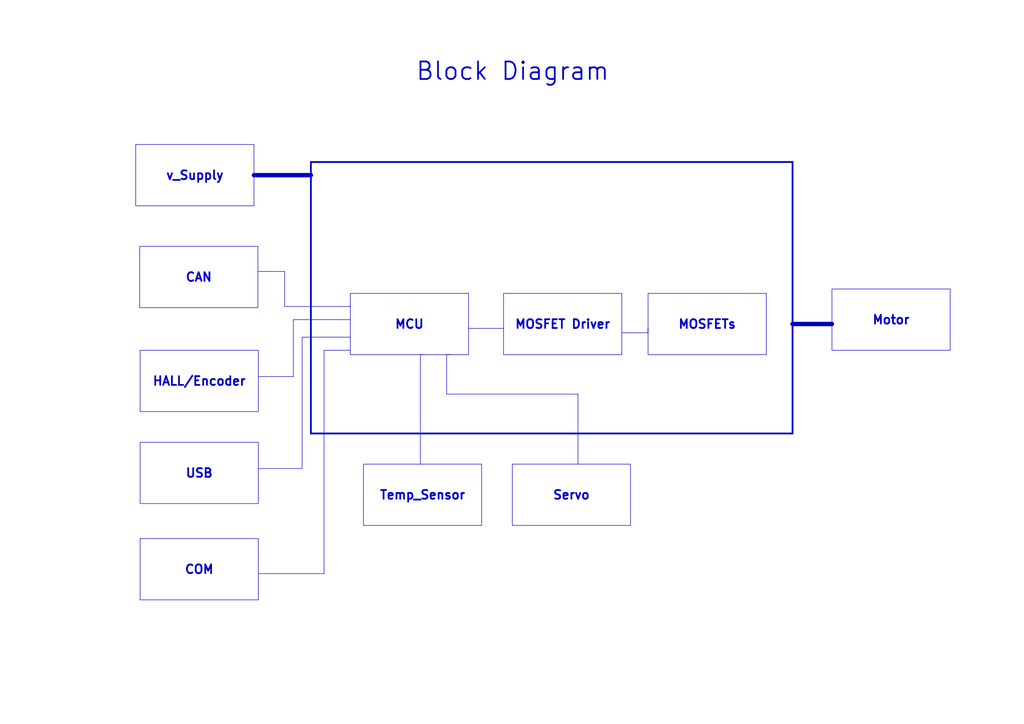
<source format=kicad_sch>
(kicad_sch
	(version 20231120)
	(generator "eeschema")
	(generator_version "8.0")
	(uuid "cb06b394-4a8c-448a-979c-f9cb3b883d93")
	(paper "A4")
	(lib_symbols)
	(polyline
		(pts
			(xy 74.93 109.22) (xy 85.09 109.22)
		)
		(stroke
			(width 0)
			(type default)
		)
		(uuid "046e387e-1304-4b2b-bea7-10dd5cae05fc")
	)
	(polyline
		(pts
			(xy 73.66 50.8) (xy 90.17 50.8)
		)
		(stroke
			(width 1.27)
			(type default)
		)
		(uuid "0b2f8937-5949-4489-93a6-8aff3630bd1f")
	)
	(polyline
		(pts
			(xy 129.54 114.3) (xy 129.54 102.87)
		)
		(stroke
			(width 0)
			(type default)
		)
		(uuid "12db598a-c92b-4b06-9f21-ce1e52d43070")
	)
	(polyline
		(pts
			(xy 229.87 93.98) (xy 241.3 93.98)
		)
		(stroke
			(width 1.27)
			(type default)
		)
		(uuid "184790da-027a-4fdd-9310-2785f9355590")
	)
	(polyline
		(pts
			(xy 85.09 109.22) (xy 85.09 92.71)
		)
		(stroke
			(width 0)
			(type default)
		)
		(uuid "2cbac717-4c3a-4ae2-b73a-13b1ce65afc9")
	)
	(polyline
		(pts
			(xy 85.09 92.71) (xy 101.6 92.71)
		)
		(stroke
			(width 0)
			(type default)
		)
		(uuid "4a2ef4c9-3bfb-4079-a93a-fb165499244d")
	)
	(polyline
		(pts
			(xy 90.17 125.73) (xy 90.17 46.99)
		)
		(stroke
			(width 0.508)
			(type default)
		)
		(uuid "591892f2-84f8-43f3-ab78-cbe447239046")
	)
	(polyline
		(pts
			(xy 87.63 97.79) (xy 101.6 97.79)
		)
		(stroke
			(width 0)
			(type default)
		)
		(uuid "5b80f1a3-e580-43a4-972e-178fb4ec21d4")
	)
	(polyline
		(pts
			(xy 93.98 166.37) (xy 93.98 101.6)
		)
		(stroke
			(width 0)
			(type default)
		)
		(uuid "60385546-30bd-4ad1-8f77-202de2a0a369")
	)
	(polyline
		(pts
			(xy 129.54 102.87) (xy 130.81 102.87)
		)
		(stroke
			(width 0)
			(type default)
		)
		(uuid "6278d374-0e65-45ca-a109-a60b45663c08")
	)
	(polyline
		(pts
			(xy 74.93 135.89) (xy 87.63 135.89)
		)
		(stroke
			(width 0)
			(type default)
		)
		(uuid "6f05b586-bebc-45c5-988e-3d996957b199")
	)
	(polyline
		(pts
			(xy 93.98 101.6) (xy 101.6 101.6)
		)
		(stroke
			(width 0)
			(type default)
		)
		(uuid "7176eb80-ccda-4ca8-987f-19e6b442debe")
	)
	(polyline
		(pts
			(xy 90.17 46.99) (xy 229.87 46.99)
		)
		(stroke
			(width 0.508)
			(type default)
		)
		(uuid "7f6d3023-d428-4645-95fd-71aec6c12f9c")
	)
	(polyline
		(pts
			(xy 90.17 125.73) (xy 229.87 125.73)
		)
		(stroke
			(width 0.508)
			(type default)
		)
		(uuid "84ad3d03-e4d5-4dd3-a83d-d9a6d36e43be")
	)
	(polyline
		(pts
			(xy 229.87 125.73) (xy 229.87 46.99)
		)
		(stroke
			(width 0.508)
			(type default)
		)
		(uuid "93e2e0e0-6fc4-4f66-9209-5d1c3e109f59")
	)
	(polyline
		(pts
			(xy 87.63 135.89) (xy 87.63 97.79)
		)
		(stroke
			(width 0)
			(type default)
		)
		(uuid "97f098e0-6cdb-4eaa-a063-3e90abe71e22")
	)
	(polyline
		(pts
			(xy 90.17 109.22) (xy 90.17 107.95)
		)
		(stroke
			(width 0)
			(type default)
		)
		(uuid "a570a5a7-2207-4338-8fea-ffa5c966afa9")
	)
	(polyline
		(pts
			(xy 121.92 134.62) (xy 121.92 102.87)
		)
		(stroke
			(width 0)
			(type default)
		)
		(uuid "a9825d8d-184f-45c4-b139-8ea931f11923")
	)
	(polyline
		(pts
			(xy 74.93 78.74) (xy 82.55 78.74)
		)
		(stroke
			(width 0)
			(type default)
		)
		(uuid "b2098c7a-d0fc-4f45-a2d7-c1ca5ac50212")
	)
	(polyline
		(pts
			(xy 82.55 88.9) (xy 101.6 88.9)
		)
		(stroke
			(width 0)
			(type default)
		)
		(uuid "b4da3dc6-ecaa-44c6-80ed-84e1c62bc7c6")
	)
	(polyline
		(pts
			(xy 167.64 134.62) (xy 167.64 114.3)
		)
		(stroke
			(width 0)
			(type default)
		)
		(uuid "b9a03c0a-c762-4426-bf4a-0e118bfc7327")
	)
	(polyline
		(pts
			(xy 135.89 95.25) (xy 146.05 95.25)
		)
		(stroke
			(width 0)
			(type default)
		)
		(uuid "babe75f0-a6ee-4125-b706-85560d32fd49")
	)
	(polyline
		(pts
			(xy 167.64 114.3) (xy 129.54 114.3)
		)
		(stroke
			(width 0)
			(type default)
		)
		(uuid "be369758-a23f-4853-8bd1-f11e71d57ef0")
	)
	(polyline
		(pts
			(xy 121.92 102.87) (xy 123.19 102.87)
		)
		(stroke
			(width 0)
			(type default)
		)
		(uuid "ca631a27-8006-4a6b-a55a-ac23ee947e68")
	)
	(polyline
		(pts
			(xy 74.93 166.37) (xy 93.98 166.37)
		)
		(stroke
			(width 0)
			(type default)
		)
		(uuid "d83c5e7d-ecc3-4b2f-a487-cf36fb1c5b7e")
	)
	(polyline
		(pts
			(xy 187.96 95.25) (xy 187.96 96.52)
		)
		(stroke
			(width 0)
			(type default)
		)
		(uuid "e14f9551-e6cd-484d-bcfd-8e9b9669cb1f")
	)
	(polyline
		(pts
			(xy 82.55 78.74) (xy 82.55 88.9)
		)
		(stroke
			(width 0)
			(type default)
		)
		(uuid "e21281e5-9c5c-44fb-9cad-55079e06dffe")
	)
	(polyline
		(pts
			(xy 180.34 96.52) (xy 187.96 96.52)
		)
		(stroke
			(width 0)
			(type default)
		)
		(uuid "eda13073-c72c-4bfb-8537-06d708b6dd12")
	)
	(text_box "USB"
		(exclude_from_sim no)
		(at 40.64 128.27 0)
		(size 34.29 17.78)
		(stroke
			(width 0)
			(type default)
		)
		(fill
			(type none)
		)
		(effects
			(font
				(size 2.54 2.54)
				(bold yes)
			)
		)
		(uuid "179669bc-6a2e-4c24-a512-9f5ee3f0ae30")
	)
	(text_box "HALL/Encoder"
		(exclude_from_sim no)
		(at 40.64 101.6 0)
		(size 34.29 17.78)
		(stroke
			(width 0)
			(type default)
		)
		(fill
			(type none)
		)
		(effects
			(font
				(size 2.54 2.54)
				(bold yes)
			)
		)
		(uuid "391d8dcd-6f39-441d-ba77-15512144057a")
	)
	(text_box "Servo"
		(exclude_from_sim no)
		(at 148.59 134.62 0)
		(size 34.29 17.78)
		(stroke
			(width 0)
			(type default)
		)
		(fill
			(type none)
		)
		(effects
			(font
				(size 2.54 2.54)
				(bold yes)
			)
		)
		(uuid "3f1f601f-76c5-4117-a181-8851e70f50eb")
	)
	(text_box "Motor"
		(exclude_from_sim no)
		(at 241.3 83.82 0)
		(size 34.29 17.78)
		(stroke
			(width 0)
			(type default)
		)
		(fill
			(type none)
		)
		(effects
			(font
				(size 2.54 2.54)
				(bold yes)
			)
		)
		(uuid "555d09d1-a974-4406-a88a-4809f8843f75")
	)
	(text_box "v_Supply"
		(exclude_from_sim no)
		(at 39.37 41.91 0)
		(size 34.29 17.78)
		(stroke
			(width 0)
			(type default)
		)
		(fill
			(type none)
		)
		(effects
			(font
				(size 2.54 2.54)
				(bold yes)
			)
		)
		(uuid "5b0be933-caae-4a36-9f93-8183fccedf4e")
	)
	(text_box "CAN"
		(exclude_from_sim no)
		(at 40.5174 71.4537 0)
		(size 34.29 17.78)
		(stroke
			(width 0)
			(type default)
		)
		(fill
			(type none)
		)
		(effects
			(font
				(size 2.54 2.54)
				(bold yes)
			)
		)
		(uuid "6598de61-3995-4197-af71-5232782e4546")
	)
	(text_box "MCU"
		(exclude_from_sim no)
		(at 101.6 85.09 0)
		(size 34.29 17.78)
		(stroke
			(width 0)
			(type default)
		)
		(fill
			(type none)
		)
		(effects
			(font
				(size 2.54 2.54)
				(bold yes)
			)
		)
		(uuid "83accf4d-5b43-4a43-b6e3-db356af1f133")
	)
	(text_box "Temp_Sensor"
		(exclude_from_sim no)
		(at 105.41 134.62 0)
		(size 34.29 17.78)
		(stroke
			(width 0)
			(type default)
		)
		(fill
			(type none)
		)
		(effects
			(font
				(size 2.54 2.54)
				(bold yes)
			)
		)
		(uuid "c3906986-45ed-4068-8b69-79a2a1ca1f68")
	)
	(text_box "MOSFETs"
		(exclude_from_sim no)
		(at 187.96 85.09 0)
		(size 34.29 17.78)
		(stroke
			(width 0)
			(type default)
		)
		(fill
			(type none)
		)
		(effects
			(font
				(size 2.54 2.54)
				(bold yes)
			)
		)
		(uuid "c96816c4-6564-46b1-86f0-418e09637e5b")
	)
	(text_box "COM"
		(exclude_from_sim no)
		(at 40.64 156.21 0)
		(size 34.29 17.78)
		(stroke
			(width 0)
			(type default)
		)
		(fill
			(type none)
		)
		(effects
			(font
				(size 2.54 2.54)
				(bold yes)
			)
		)
		(uuid "df8c7c5e-d536-4825-99a5-2b09517fbfa9")
	)
	(text_box "MOSFET Driver"
		(exclude_from_sim no)
		(at 146.05 85.09 0)
		(size 34.29 17.78)
		(stroke
			(width 0)
			(type default)
		)
		(fill
			(type none)
		)
		(effects
			(font
				(size 2.54 2.54)
				(bold yes)
			)
		)
		(uuid "ecb3e1cf-eae9-45b8-9332-2a314856fe2b")
	)
	(text "Block Diagram "
		(exclude_from_sim no)
		(at 150.622 20.828 0)
		(effects
			(font
				(size 5.08 5.08)
				(thickness 0.508)
				(bold yes)
			)
		)
		(uuid "52529071-7da1-4788-bf3b-7b67b330f170")
	)
)

</source>
